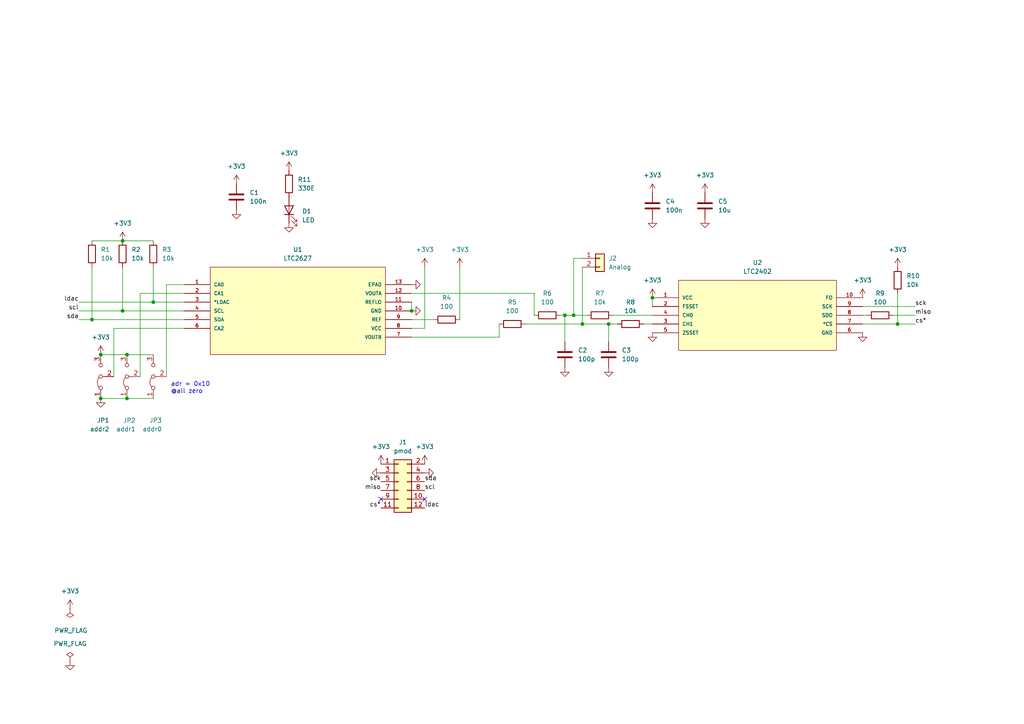
<source format=kicad_sch>
(kicad_sch (version 20230121) (generator eeschema)
  (paper "A4")
  (title_block (title "PMOD for DAC-ADC Loop") (date "2023-03-03") (rev "1.0") (company "S59MZ") (comment 1 "PMOD module with LTC2627 (I2C-DAC) and LTC2402 (SPI-ADC) loopback"))
  (lib_symbols
    (symbol "Components:LTC2402" (pin_names (offset 1.016))
      (property "Reference" "U?" (at 30.48 10.16 0))
      (property "Value" "LTC2402" (at 30.48 7.62 0))
      (symbol "LTC2402_0_0"
        (rectangle (start 7.62 -15.24) (end 53.34 5.08) (stroke (width 0.1524)) (fill (type background)))
        (pin power_in line (at 0 0 0) (length 7.62) (name "VCC") (number "1"))
        (pin input line (at 60.96 0 180) (length 7.62) (name "FO") (number "10"))
        (pin input line (at 0 -2.54 0) (length 7.62) (name "FSSET") (number "2"))
        (pin input line (at 0 -7.62 0) (length 7.62) (name "CH1") (number "3"))
        (pin input line (at 0 -5.08 0) (length 7.62) (name "CH0") (number "4"))
        (pin input line (at 0 -10.16 0) (length 7.62) (name "ZSSET") (number "5"))
        (pin power_in line (at 60.96 -10.16 180) (length 7.62) (name "GND") (number "6"))
        (pin input line (at 60.96 -7.62 180) (length 7.62) (name "*CS") (number "7"))
        (pin output line (at 60.96 -5.08 180) (length 7.62) (name "SDO") (number "8"))
        (pin bidirectional line (at 60.96 -2.54 180) (length 7.62) (name "SCK") (number "9"))
      )
    )
    (symbol "Components:LTC2627" (pin_names (offset 1.016))
      (property "Reference" "U?" (at 33.02 10.16 0))
      (property "Value" "LTC2627" (at 33.02 7.62 0))
      (symbol "LTC2627_0_0"
        (rectangle (start 7.62 -20.32) (end 58.42 5.08) (stroke (width 0.1524)) (fill (type background)))
        (pin passive line (at 0 0 0) (length 7.62) (name "CA0") (number "1"))
        (pin power_in line (at 66.04 -7.62 180) (length 7.62) (name "GND") (number "10"))
        (pin passive line (at 66.04 -5.08 180) (length 7.62) (name "REFLO") (number "11"))
        (pin output line (at 66.04 -2.54 180) (length 7.62) (name "VOUTA") (number "12"))
        (pin passive line (at 66.04 0 180) (length 7.62) (name "EPAD") (number "13"))
        (pin passive line (at 0 -2.54 0) (length 7.62) (name "CA1") (number "2"))
        (pin input line (at 0 -5.08 0) (length 7.62) (name "*LDAC") (number "3"))
        (pin input line (at 0 -7.62 0) (length 7.62) (name "SCL") (number "4"))
        (pin bidirectional line (at 0 -10.16 0) (length 7.62) (name "SDA") (number "5"))
        (pin passive line (at 0 -12.7 0) (length 7.62) (name "CA2") (number "6"))
        (pin output line (at 66.04 -15.24 180) (length 7.62) (name "VOUTB") (number "7"))
        (pin power_in line (at 66.04 -12.7 180) (length 7.62) (name "VCC") (number "8"))
        (pin input line (at 66.04 -10.16 180) (length 7.62) (name "REF") (number "9"))
      )
    )
    (symbol "Connector_Generic:Conn_01x02" (pin_names (offset 1.016) hide)
      (property "Reference" "J" (at 0 2.54 0))
      (property "Value" "Conn_01x02" (at 0 -5.08 0))
      (symbol "Conn_01x02_1_1"
        (rectangle (start -1.27 -2.413) (end 0 -2.667) (stroke (width 0.1524)))
        (rectangle (start -1.27 0.127) (end 0 -0.127) (stroke (width 0.1524)))
        (rectangle (start -1.27 1.27) (end 1.27 -3.81) (stroke (width 0.254)) (fill (type background)))
        (pin passive line (at -5.08 0 0) (length 3.81) (name "Pin_1") (number "1"))
        (pin passive line (at -5.08 -2.54 0) (length 3.81) (name "Pin_2") (number "2"))
      )
    )
    (symbol "Connector_Generic:Conn_02x06_Odd_Even" (pin_names (offset 1.016) hide)
      (property "Reference" "J" (at 1.27 7.62 0))
      (property "Value" "Conn_02x06_Odd_Even" (at 1.27 -10.16 0))
      (symbol "Conn_02x06_Odd_Even_1_1"
        (rectangle (start -1.27 -7.493) (end 0 -7.747) (stroke (width 0.1524)))
        (rectangle (start -1.27 -4.953) (end 0 -5.207) (stroke (width 0.1524)))
        (rectangle (start -1.27 -2.413) (end 0 -2.667) (stroke (width 0.1524)))
        (rectangle (start -1.27 0.127) (end 0 -0.127) (stroke (width 0.1524)))
        (rectangle (start -1.27 2.667) (end 0 2.413) (stroke (width 0.1524)))
        (rectangle (start -1.27 5.207) (end 0 4.953) (stroke (width 0.1524)))
        (rectangle (start -1.27 6.35) (end 3.81 -8.89) (stroke (width 0.254)) (fill (type background)))
        (rectangle (start 3.81 -7.493) (end 2.54 -7.747) (stroke (width 0.1524)))
        (rectangle (start 3.81 -4.953) (end 2.54 -5.207) (stroke (width 0.1524)))
        (rectangle (start 3.81 -2.413) (end 2.54 -2.667) (stroke (width 0.1524)))
        (rectangle (start 3.81 0.127) (end 2.54 -0.127) (stroke (width 0.1524)))
        (rectangle (start 3.81 2.667) (end 2.54 2.413) (stroke (width 0.1524)))
        (rectangle (start 3.81 5.207) (end 2.54 4.953) (stroke (width 0.1524)))
        (pin passive line (at -5.08 5.08 0) (length 3.81) (name "Pin_1") (number "1"))
        (pin passive line (at 7.62 -5.08 180) (length 3.81) (name "Pin_10") (number "10"))
        (pin passive line (at -5.08 -7.62 0) (length 3.81) (name "Pin_11") (number "11"))
        (pin passive line (at 7.62 -7.62 180) (length 3.81) (name "Pin_12") (number "12"))
        (pin passive line (at 7.62 5.08 180) (length 3.81) (name "Pin_2") (number "2"))
        (pin passive line (at -5.08 2.54 0) (length 3.81) (name "Pin_3") (number "3"))
        (pin passive line (at 7.62 2.54 180) (length 3.81) (name "Pin_4") (number "4"))
        (pin passive line (at -5.08 0 0) (length 3.81) (name "Pin_5") (number "5"))
        (pin passive line (at 7.62 0 180) (length 3.81) (name "Pin_6") (number "6"))
        (pin passive line (at -5.08 -2.54 0) (length 3.81) (name "Pin_7") (number "7"))
        (pin passive line (at 7.62 -2.54 180) (length 3.81) (name "Pin_8") (number "8"))
        (pin passive line (at -5.08 -5.08 0) (length 3.81) (name "Pin_9") (number "9"))
      )
    )
    (symbol "Device:C" (pin_numbers hide) (pin_names (offset 0.254))
      (property "Reference" "C" (at 0.635 2.54 0))
      (property "Value" "C" (at 0.635 -2.54 0))
      (symbol "C_0_1"
        (polyline (pts (xy -2.032 -0.762) (xy 2.032 -0.762)) (stroke (width 0.508)))
        (polyline (pts (xy -2.032 0.762) (xy 2.032 0.762)) (stroke (width 0.508)))
      )
      (symbol "C_1_1"
        (pin passive line (at 0 3.81 270) (length 2.794) (name "~") (number "1"))
        (pin passive line (at 0 -3.81 90) (length 2.794) (name "~") (number "2"))
      )
    )
    (symbol "Device:LED" (pin_numbers hide) (pin_names (offset 1.016) hide)
      (property "Reference" "D" (at 0 2.54 0))
      (property "Value" "LED" (at 0 -2.54 0))
      (symbol "LED_0_1"
        (polyline (pts (xy -1.27 -1.27) (xy -1.27 1.27)) (stroke (width 0.254)))
        (polyline (pts (xy -1.27 0) (xy 1.27 0)))
        (polyline (pts (xy 1.27 -1.27) (xy 1.27 1.27) (xy -1.27 0) (xy 1.27 -1.27)) (stroke (width 0.254)))
        (polyline (pts (xy -3.048 -0.762) (xy -4.572 -2.286) (xy -3.81 -2.286) (xy -4.572 -2.286) (xy -4.572 -1.524)))
        (polyline (pts (xy -1.778 -0.762) (xy -3.302 -2.286) (xy -2.54 -2.286) (xy -3.302 -2.286) (xy -3.302 -1.524)))
      )
      (symbol "LED_1_1"
        (pin passive line (at -3.81 0 0) (length 2.54) (name "K") (number "1"))
        (pin passive line (at 3.81 0 180) (length 2.54) (name "A") (number "2"))
      )
    )
    (symbol "Device:R" (pin_numbers hide) (pin_names (offset 0))
      (property "Reference" "R" (at 2.032 0 90))
      (property "Value" "R" (at 0 0 90))
      (symbol "R_0_1"
        (rectangle (start -1.016 -2.54) (end 1.016 2.54) (stroke (width 0.254)))
      )
      (symbol "R_1_1"
        (pin passive line (at 0 3.81 270) (length 1.27) (name "~") (number "1"))
        (pin passive line (at 0 -3.81 90) (length 1.27) (name "~") (number "2"))
      )
    )
    (symbol "Jumper:Jumper_3_Bridged12" (pin_names (offset 0) hide)
      (property "Reference" "JP" (at -2.54 -2.54 0))
      (property "Value" "Jumper_3_Bridged12" (at 0 2.794 0))
      (symbol "Jumper_3_Bridged12_0_0"
        (circle (center -3.302 0) (radius 0.508))
        (circle (center 0 0) (radius 0.508))
        (circle (center 3.302 0) (radius 0.508))
      )
      (symbol "Jumper_3_Bridged12_0_1"
        (arc (start -0.254 0.508) (mid -1.651 0.9912) (end -3.048 0.508))
        (polyline (pts (xy 0 -1.27) (xy 0 -0.508)))
      )
      (symbol "Jumper_3_Bridged12_1_1"
        (pin passive line (at -6.35 0 0) (length 2.54) (name "A") (number "1"))
        (pin passive line (at 0 -3.81 90) (length 2.54) (name "C") (number "2"))
        (pin passive line (at 6.35 0 180) (length 2.54) (name "B") (number "3"))
      )
    )
    (symbol "power:+3V3" (power) (pin_names (offset 0))
      (property "Value" "+3V3" (at 0 3.556 0))
      (symbol "+3V3_0_1"
        (polyline (pts (xy -0.762 1.27) (xy 0 2.54)))
        (polyline (pts (xy 0 0) (xy 0 2.54)))
        (polyline (pts (xy 0 2.54) (xy 0.762 1.27)))
      )
      (symbol "+3V3_1_1"
        (pin power_in line (at 0 0 90) (length 0) hide (name "+3V3") (number "1"))
      )
    )
    (symbol "power:GND" (power) (pin_names (offset 0))
      (property "Value" "GND" (at 0 -3.81 0))
      (symbol "GND_0_1"
        (polyline (pts (xy 0 0) (xy 0 -1.27) (xy 1.27 -1.27) (xy 0 -2.54) (xy -1.27 -1.27) (xy 0 -1.27)))
      )
      (symbol "GND_1_1"
        (pin power_in line (at 0 0 270) (length 0) hide (name "GND") (number "1"))
      )
    )
    (symbol "power:PWR_FLAG" (power) (pin_numbers hide) (pin_names (offset 0) hide)
      (property "Value" "PWR_FLAG" (at 0 3.81 0))
      (symbol "PWR_FLAG_0_0"
        (pin power_out line (at 0 0 90) (length 0) (name "pwr") (number "1"))
      )
      (symbol "PWR_FLAG_0_1"
        (polyline (pts (xy 0 0) (xy 0 1.27) (xy -1.016 1.905) (xy 0 2.54) (xy 1.016 1.905) (xy 0 1.27)))
      )
    )
  )
  (junction (at 36.83 115.57))
  (junction (at 168.91 93.98))
  (junction (at 119.38 90.17))
  (junction (at 29.21 102.87))
  (junction (at 36.83 102.87))
  (junction (at 35.56 90.17))
  (junction (at 163.83 91.44))
  (junction (at 29.21 115.57))
  (junction (at 189.23 86.36))
  (junction (at 35.56 69.85))
  (junction (at 176.53 93.98))
  (junction (at 26.67 92.71))
  (junction (at 44.45 87.63))
  (junction (at 166.37 91.44))
  (junction (at 260.35 93.98))
  (no_connect (at 123.19 144.78))
  (no_connect (at 110.49 144.78))
  (wire (pts (xy 163.83 91.44) (xy 166.37 91.44)))
  (wire (pts (xy 133.35 77.47) (xy 133.35 92.71)))
  (wire (pts (xy 176.53 93.98) (xy 176.53 99.06)))
  (wire (pts (xy 177.8 91.44) (xy 189.23 91.44)))
  (wire (pts (xy 26.67 92.71) (xy 53.34 92.71)))
  (wire (pts (xy 154.94 85.09) (xy 154.94 91.44)))
  (wire (pts (xy 166.37 74.93) (xy 166.37 91.44)))
  (wire (pts (xy 265.43 93.98) (xy 260.35 93.98)))
  (wire (pts (xy 33.02 109.22) (xy 33.02 95.25)))
  (wire (pts (xy 119.38 85.09) (xy 154.94 85.09)))
  (wire (pts (xy 186.69 93.98) (xy 189.23 93.98)))
  (wire (pts (xy 22.86 87.63) (xy 44.45 87.63)))
  (wire (pts (xy 44.45 87.63) (xy 53.34 87.63)))
  (wire (pts (xy 163.83 91.44) (xy 163.83 99.06)))
  (wire (pts (xy 168.91 93.98) (xy 176.53 93.98)))
  (wire (pts (xy 40.64 109.22) (xy 40.64 85.09)))
  (wire (pts (xy 119.38 87.63) (xy 119.38 90.17)))
  (wire (pts (xy 265.43 88.9) (xy 250.19 88.9)))
  (wire (pts (xy 29.21 115.57) (xy 36.83 115.57)))
  (wire (pts (xy 168.91 74.93) (xy 166.37 74.93)))
  (wire (pts (xy 48.26 82.55) (xy 53.34 82.55)))
  (wire (pts (xy 35.56 69.85) (xy 44.45 69.85)))
  (wire (pts (xy 40.64 85.09) (xy 53.34 85.09)))
  (wire (pts (xy 36.83 115.57) (xy 44.45 115.57)))
  (wire (pts (xy 26.67 77.47) (xy 26.67 92.71)))
  (wire (pts (xy 166.37 91.44) (xy 170.18 91.44)))
  (wire (pts (xy 119.38 97.79) (xy 144.78 97.79)))
  (wire (pts (xy 35.56 90.17) (xy 53.34 90.17)))
  (wire (pts (xy 26.67 69.85) (xy 35.56 69.85)))
  (wire (pts (xy 251.46 91.44) (xy 250.19 91.44)))
  (wire (pts (xy 29.21 102.87) (xy 36.83 102.87)))
  (wire (pts (xy 48.26 109.22) (xy 48.26 82.55)))
  (wire (pts (xy 119.38 95.25) (xy 123.19 95.25)))
  (wire (pts (xy 260.35 93.98) (xy 250.19 93.98)))
  (wire (pts (xy 35.56 77.47) (xy 35.56 90.17)))
  (wire (pts (xy 22.86 90.17) (xy 35.56 90.17)))
  (wire (pts (xy 176.53 93.98) (xy 179.07 93.98)))
  (wire (pts (xy 162.56 91.44) (xy 163.83 91.44)))
  (wire (pts (xy 119.38 92.71) (xy 125.73 92.71)))
  (wire (pts (xy 152.4 93.98) (xy 168.91 93.98)))
  (wire (pts (xy 259.08 91.44) (xy 265.43 91.44)))
  (wire (pts (xy 168.91 77.47) (xy 168.91 93.98)))
  (wire (pts (xy 123.19 77.47) (xy 123.19 95.25)))
  (wire (pts (xy 33.02 95.25) (xy 53.34 95.25)))
  (wire (pts (xy 189.23 86.36) (xy 189.23 88.9)))
  (wire (pts (xy 36.83 102.87) (xy 44.45 102.87)))
  (wire (pts (xy 22.86 92.71) (xy 26.67 92.71)))
  (wire (pts (xy 260.35 85.09) (xy 260.35 93.98)))
  (wire (pts (xy 144.78 97.79) (xy 144.78 93.98)))
  (wire (pts (xy 44.45 77.47) (xy 44.45 87.63)))
  (text "adr = 0x10\n@all zero" (at 49.53 114.3 0) (effects (font (size 1.27 1.27)) (justify left bottom)))
  (label "sda" (at 123.19 139.7 0))
  (label "ldac" (at 123.19 147.32 0))
  (label "cs*" (at 110.49 147.32 180))
  (label "scl" (at 123.19 142.24 0))
  (label "sck" (at 110.49 139.7 180))
  (label "miso" (at 110.49 142.24 180))
  (label "sda" (at 22.86 92.71 180))
  (label "scl" (at 22.86 90.17 180))
  (label "miso" (at 265.43 91.44 0))
  (label "cs*" (at 265.43 93.98 0))
  (label "ldac" (at 22.86 87.63 180))
  (label "sck" (at 265.43 88.9 0))
  (symbol (lib_id "power:GND") (at 110.49 137.16 270) (mirror x) (unit 1)
    (property "Reference" "#PWR09" (effects hide))
    (property "Value" "GND" (effects hide))
  )
  (symbol (lib_id "power:GND") (at 29.21 115.57 0) (unit 1)
    (property "Reference" "#PWR04" (effects hide))
    (property "Value" "GND" (effects hide))
  )
  (symbol (lib_id "power:+3V3") (at 83.82 49.53 0) (unit 1)
    (property "Reference" "#PWR027" (effects hide))
    (property "Value" "+3V3" (at 83.82 44.45 0))
  )
  (symbol (lib_id "power:GND") (at 83.82 64.77 0) (unit 1)
    (property "Reference" "#PWR028" (effects hide))
    (property "Value" "GND" (effects hide))
  )
  (symbol (lib_id "Device:LED") (at 83.82 60.96 90) (unit 1)
    (property "Reference" "D1" (at 87.63 61.2774 90) (effects (justify right)))
    (property "Value" "LED" (at 87.63 63.8174 90) (effects (justify right)))
    (property "Footprint" "LED_SMD:LED_0603_1608Metric_Pad1.05x0.95mm_HandSolder" (effects hide))
  )
  (symbol (lib_id "Device:R") (at 173.99 91.44 270) (unit 1)
    (property "Reference" "R7" (at 173.99 85.09 90))
    (property "Value" "10k" (at 173.99 87.63 90))
    (property "Footprint" "Resistor_SMD:R_0603_1608Metric_Pad0.98x0.95mm_HandSolder" (effects hide))
  )
  (symbol (lib_id "Device:R") (at 158.75 91.44 270) (unit 1)
    (property "Reference" "R6" (at 158.75 85.09 90))
    (property "Value" "100" (at 158.75 87.63 90))
    (property "Footprint" "Resistor_SMD:R_0603_1608Metric_Pad0.98x0.95mm_HandSolder" (effects hide))
  )
  (symbol (lib_id "Device:R") (at 260.35 81.28 0) (unit 1)
    (property "Reference" "R10" (at 262.89 80.0099 0) (effects (justify left)))
    (property "Value" "10k" (at 262.89 82.5499 0) (effects (justify left)))
    (property "Footprint" "Resistor_SMD:R_0603_1608Metric_Pad0.98x0.95mm_HandSolder" (effects hide))
  )
  (symbol (lib_id "power:+3V3") (at 68.58 53.34 0) (unit 1)
    (property "Reference" "#PWR06" (effects hide))
    (property "Value" "+3V3" (at 68.58 48.26 0))
  )
  (symbol (lib_id "Device:R") (at 255.27 91.44 270) (unit 1)
    (property "Reference" "R9" (at 255.27 85.09 90))
    (property "Value" "100" (at 255.27 87.63 90))
    (property "Footprint" "Resistor_SMD:R_0603_1608Metric_Pad0.98x0.95mm_HandSolder" (effects hide))
  )
  (symbol (lib_id "power:+3V3") (at 204.47 55.88 0) (unit 1)
    (property "Reference" "#PWR022" (effects hide))
    (property "Value" "+3V3" (at 204.47 50.8 0))
  )
  (symbol (lib_id "Device:C") (at 176.53 102.87 0) (unit 1)
    (property "Reference" "C3" (at 180.34 101.5999 0) (effects (justify left)))
    (property "Value" "100p" (at 180.34 104.1399 0) (effects (justify left)))
    (property "Footprint" "Capacitor_SMD:C_0603_1608Metric_Pad1.08x0.95mm_HandSolder" (effects hide))
  )
  (symbol (lib_id "power:GND") (at 204.47 63.5 0) (unit 1)
    (property "Reference" "#PWR023" (effects hide))
    (property "Value" "GND" (effects hide))
  )
  (symbol (lib_id "power:+3V3") (at 110.49 134.62 0) (unit 1)
    (property "Reference" "#PWR08" (effects hide))
    (property "Value" "+3V3" (at 110.49 129.54 0))
  )
  (symbol (lib_id "Device:C") (at 68.58 57.15 0) (unit 1)
    (property "Reference" "C1" (at 72.39 55.8799 0) (effects (justify left)))
    (property "Value" "100n" (at 72.39 58.4199 0) (effects (justify left)))
    (property "Footprint" "Capacitor_SMD:C_0603_1608Metric_Pad1.08x0.95mm_HandSolder" (effects hide))
  )
  (symbol (lib_id "power:GND") (at 250.19 96.52 0) (unit 1)
    (property "Reference" "#PWR025" (effects hide))
    (property "Value" "GND" (effects hide))
  )
  (symbol (lib_id "power:+3V3") (at 35.56 69.85 0) (unit 1)
    (property "Reference" "#PWR05" (effects hide))
    (property "Value" "+3V3" (at 35.56 64.77 0))
  )
  (symbol (lib_id "power:GND") (at 189.23 63.5 0) (unit 1)
    (property "Reference" "#PWR019" (effects hide))
    (property "Value" "GND" (effects hide))
  )
  (symbol (lib_id "power:GND") (at 163.83 106.68 0) (unit 1)
    (property "Reference" "#PWR016" (effects hide))
    (property "Value" "GND" (effects hide))
  )
  (symbol (lib_id "power:+3V3") (at 133.35 77.47 0) (unit 1)
    (property "Reference" "#PWR015" (effects hide))
    (property "Value" "+3V3" (at 133.35 72.39 0))
  )
  (symbol (lib_id "power:GND") (at 176.53 106.68 0) (unit 1)
    (property "Reference" "#PWR017" (effects hide))
    (property "Value" "GND" (effects hide))
  )
  (symbol (lib_id "Components:LTC2402") (at 189.23 86.36 0) (unit 1)
    (property "Reference" "U2" (at 219.71 76.2 0))
    (property "Value" "LTC2402" (at 219.71 78.74 0))
    (property "Footprint" "Components:MSOP-10" (effects hide))
    (property "Datasheet" "https://www.analog.com/media/en/technical-documentation/data-sheets/24012f.pdf" (effects hide))
    (property "VENDOR" "Linear Technology" (effects hide))
    (property "MANUFACTURER_PART_NUMBER" "ltc2402ims" (effects hide))
  )
  (symbol (lib_id "Device:C") (at 204.47 59.69 0) (unit 1)
    (property "Reference" "C5" (at 208.28 58.4199 0) (effects (justify left)))
    (property "Value" "10u" (at 208.28 60.9599 0) (effects (justify left)))
    (property "Footprint" "Capacitor_SMD:C_0603_1608Metric_Pad1.08x0.95mm_HandSolder" (effects hide))
  )
  (symbol (lib_id "power:+3V3") (at 189.23 86.36 0) (unit 1)
    (property "Reference" "#PWR020" (effects hide))
    (property "Value" "+3V3" (at 189.23 81.28 0))
  )
  (symbol (lib_id "Device:R") (at 129.54 92.71 270) (unit 1)
    (property "Reference" "R4" (at 129.54 86.36 90))
    (property "Value" "100" (at 129.54 88.9 90))
    (property "Footprint" "Resistor_SMD:R_0603_1608Metric_Pad0.98x0.95mm_HandSolder" (effects hide))
  )
  (symbol (lib_id "Device:C") (at 189.23 59.69 0) (unit 1)
    (property "Reference" "C4" (at 193.04 58.4199 0) (effects (justify left)))
    (property "Value" "100n" (at 193.04 60.9599 0) (effects (justify left)))
    (property "Footprint" "Capacitor_SMD:C_0603_1608Metric_Pad1.08x0.95mm_HandSolder" (effects hide))
  )
  (symbol (lib_id "power:PWR_FLAG") (at 20.32 176.53 0) (mirror x) (unit 1)
    (property "Reference" "#FLG01" (effects hide))
    (property "Value" "PWR_FLAG" (at 25.4 182.88 0) (effects (justify right)))
  )
  (symbol (lib_id "Device:R") (at 26.67 73.66 0) (unit 1)
    (property "Reference" "R1" (at 29.21 72.3899 0) (effects (justify left)))
    (property "Value" "10k" (at 29.21 74.9299 0) (effects (justify left)))
    (property "Footprint" "Resistor_SMD:R_0603_1608Metric_Pad0.98x0.95mm_HandSolder" (effects hide))
  )
  (symbol (lib_id "power:GND") (at 68.58 60.96 0) (unit 1)
    (property "Reference" "#PWR07" (effects hide))
    (property "Value" "GND" (effects hide))
  )
  (symbol (lib_id "power:GND") (at 20.32 191.77 0) (unit 1)
    (property "Reference" "#PWR02" (effects hide))
    (property "Value" "GND" (effects hide))
  )
  (symbol (lib_id "power:+3V3") (at 250.19 86.36 0) (unit 1)
    (property "Reference" "#PWR024" (effects hide))
    (property "Value" "+3V3" (at 250.19 81.28 0))
  )
  (symbol (lib_id "Jumper:Jumper_3_Bridged12") (at 44.45 109.22 90) (unit 1)
    (property "Reference" "JP3" (at 46.99 121.92 90) (effects (justify left)))
    (property "Value" "addr0" (at 46.99 124.46 90) (effects (justify left)))
    (property "Footprint" "Connector_PinHeader_2.54mm:PinHeader_1x03_P2.54mm_Vertical" (effects hide))
  )
  (symbol (lib_id "Connector_Generic:Conn_01x02") (at 173.99 74.93 0) (unit 1)
    (property "Reference" "J2" (at 176.53 74.9299 0) (effects (justify left)))
    (property "Value" "Analog" (at 176.53 77.4699 0) (effects (justify left)))
    (property "Footprint" "Connector_PinHeader_2.54mm:PinHeader_1x02_P2.54mm_Vertical" (effects hide))
  )
  (symbol (lib_id "Device:R") (at 148.59 93.98 270) (unit 1)
    (property "Reference" "R5" (at 148.59 87.63 90))
    (property "Value" "100" (at 148.59 90.17 90))
    (property "Footprint" "Resistor_SMD:R_0603_1608Metric_Pad0.98x0.95mm_HandSolder" (effects hide))
  )
  (symbol (lib_id "Connector_Generic:Conn_02x06_Odd_Even") (at 115.57 139.7 0) (unit 1)
    (property "Reference" "J1" (at 116.84 128.27 0))
    (property "Value" "pmod" (at 116.84 130.81 0))
    (property "Footprint" "Components:PinHeader_2x06_P2.54mm_Horizontal" (effects hide))
  )
  (symbol (lib_id "Device:R") (at 83.82 53.34 0) (unit 1)
    (property "Reference" "R11" (at 86.36 52.0699 0) (effects (justify left)))
    (property "Value" "330E" (at 86.36 54.6099 0) (effects (justify left)))
    (property "Footprint" "Resistor_SMD:R_0603_1608Metric_Pad0.98x0.95mm_HandSolder" (effects hide))
  )
  (symbol (lib_id "power:+3V3") (at 123.19 134.62 0) (unit 1)
    (property "Reference" "#PWR013" (effects hide))
    (property "Value" "+3V3" (at 123.19 129.54 0))
  )
  (symbol (lib_id "power:GND") (at 123.19 137.16 90) (unit 1)
    (property "Reference" "#PWR014" (effects hide))
    (property "Value" "GND" (effects hide))
  )
  (symbol (lib_id "Device:C") (at 163.83 102.87 0) (unit 1)
    (property "Reference" "C2" (at 167.64 101.5999 0) (effects (justify left)))
    (property "Value" "100p" (at 167.64 104.1399 0) (effects (justify left)))
    (property "Footprint" "Capacitor_SMD:C_0603_1608Metric_Pad1.08x0.95mm_HandSolder" (effects hide))
  )
  (symbol (lib_id "power:+3V3") (at 29.21 102.87 0) (unit 1)
    (property "Reference" "#PWR03" (effects hide))
    (property "Value" "+3V3" (at 29.21 97.79 0))
  )
  (symbol (lib_id "power:+3V3") (at 123.19 77.47 0) (unit 1)
    (property "Reference" "#PWR012" (effects hide))
    (property "Value" "+3V3" (at 123.19 72.39 0))
  )
  (symbol (lib_id "Device:R") (at 35.56 73.66 0) (unit 1)
    (property "Reference" "R2" (at 38.1 72.3899 0) (effects (justify left)))
    (property "Value" "10k" (at 38.1 74.9299 0) (effects (justify left)))
    (property "Footprint" "Resistor_SMD:R_0603_1608Metric_Pad0.98x0.95mm_HandSolder" (effects hide))
  )
  (symbol (lib_id "power:GND") (at 189.23 96.52 0) (unit 1)
    (property "Reference" "#PWR021" (effects hide))
    (property "Value" "GND" (effects hide))
  )
  (symbol (lib_id "power:GND") (at 119.38 82.55 90) (unit 1)
    (property "Reference" "#PWR010" (effects hide))
    (property "Value" "GND" (effects hide))
  )
  (symbol (lib_id "Device:R") (at 182.88 93.98 270) (unit 1)
    (property "Reference" "R8" (at 182.88 87.63 90))
    (property "Value" "10k" (at 182.88 90.17 90))
    (property "Footprint" "Resistor_SMD:R_0603_1608Metric_Pad0.98x0.95mm_HandSolder" (effects hide))
  )
  (symbol (lib_id "power:GND") (at 119.38 90.17 90) (unit 1)
    (property "Reference" "#PWR011" (effects hide))
    (property "Value" "GND" (effects hide))
  )
  (symbol (lib_id "power:PWR_FLAG") (at 20.32 191.77 0) (unit 1)
    (property "Reference" "#FLG02" (effects hide))
    (property "Value" "PWR_FLAG" (at 20.32 186.69 0))
  )
  (symbol (lib_id "Device:R") (at 44.45 73.66 0) (unit 1)
    (property "Reference" "R3" (at 46.99 72.3899 0) (effects (justify left)))
    (property "Value" "10k" (at 46.99 74.9299 0) (effects (justify left)))
    (property "Footprint" "Resistor_SMD:R_0603_1608Metric_Pad0.98x0.95mm_HandSolder" (effects hide))
  )
  (symbol (lib_id "Jumper:Jumper_3_Bridged12") (at 36.83 109.22 90) (unit 1)
    (property "Reference" "JP2" (at 39.37 121.92 90) (effects (justify left)))
    (property "Value" "addr1" (at 39.37 124.46 90) (effects (justify left)))
    (property "Footprint" "Connector_PinHeader_2.54mm:PinHeader_1x03_P2.54mm_Vertical" (effects hide))
  )
  (symbol (lib_id "Components:LTC2627") (at 53.34 82.55 0) (unit 1)
    (property "Reference" "U1" (at 86.36 72.39 0))
    (property "Value" "LTC2627" (at 86.36 74.93 0))
    (property "Footprint" "Components:DFN-12" (effects hide))
    (property "Datasheet" "https://www.analog.com/media/en/technical-documentation/data-sheets/26071727fa.pdf" (effects hide))
    (property "VENDOR" "Linear Technology" (effects hide))
    (property "MANUFACTURER_PART_NUMBER" "ltc2627cde" (effects hide))
  )
  (symbol (lib_id "Jumper:Jumper_3_Bridged12") (at 29.21 109.22 90) (unit 1)
    (property "Reference" "JP1" (at 31.75 121.92 90) (effects (justify left)))
    (property "Value" "addr2" (at 31.75 124.46 90) (effects (justify left)))
    (property "Footprint" "Connector_PinHeader_2.54mm:PinHeader_1x03_P2.54mm_Vertical" (effects hide))
  )
  (symbol (lib_id "power:+3V3") (at 20.32 176.53 0) (unit 1)
    (property "Reference" "#PWR01" (effects hide))
    (property "Value" "+3V3" (at 20.32 171.45 0))
  )
  (symbol (lib_id "power:+3V3") (at 260.35 77.47 0) (unit 1)
    (property "Reference" "#PWR026" (effects hide))
    (property "Value" "+3V3" (at 260.35 72.39 0))
  )
  (symbol (lib_id "power:+3V3") (at 189.23 55.88 0) (unit 1)
    (property "Reference" "#PWR018" (effects hide))
    (property "Value" "+3V3" (at 189.23 50.8 0))
  )
)
</source>
